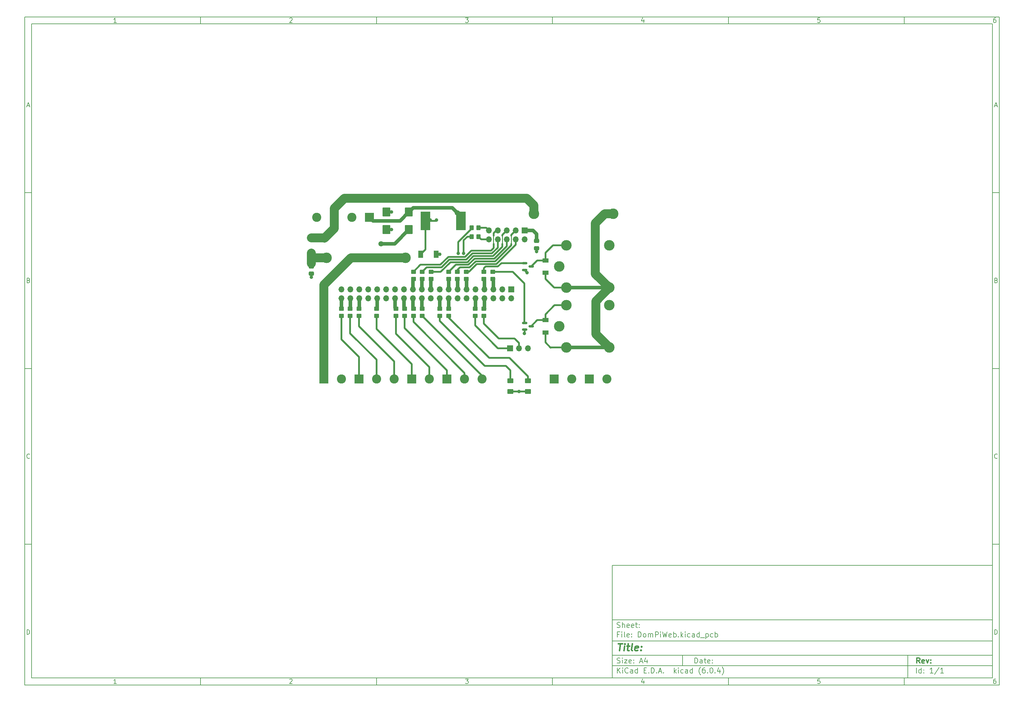
<source format=gbr>
G04 #@! TF.GenerationSoftware,KiCad,Pcbnew,(6.0.4)*
G04 #@! TF.CreationDate,2023-03-24T12:02:35-03:00*
G04 #@! TF.ProjectId,DomPiWeb,446f6d50-6957-4656-922e-6b696361645f,rev?*
G04 #@! TF.SameCoordinates,Original*
G04 #@! TF.FileFunction,Copper,L1,Top*
G04 #@! TF.FilePolarity,Positive*
%FSLAX46Y46*%
G04 Gerber Fmt 4.6, Leading zero omitted, Abs format (unit mm)*
G04 Created by KiCad (PCBNEW (6.0.4)) date 2023-03-24 12:02:35*
%MOMM*%
%LPD*%
G01*
G04 APERTURE LIST*
G04 Aperture macros list*
%AMRoundRect*
0 Rectangle with rounded corners*
0 $1 Rounding radius*
0 $2 $3 $4 $5 $6 $7 $8 $9 X,Y pos of 4 corners*
0 Add a 4 corners polygon primitive as box body*
4,1,4,$2,$3,$4,$5,$6,$7,$8,$9,$2,$3,0*
0 Add four circle primitives for the rounded corners*
1,1,$1+$1,$2,$3*
1,1,$1+$1,$4,$5*
1,1,$1+$1,$6,$7*
1,1,$1+$1,$8,$9*
0 Add four rect primitives between the rounded corners*
20,1,$1+$1,$2,$3,$4,$5,0*
20,1,$1+$1,$4,$5,$6,$7,0*
20,1,$1+$1,$6,$7,$8,$9,0*
20,1,$1+$1,$8,$9,$2,$3,0*%
G04 Aperture macros list end*
%ADD10C,0.100000*%
%ADD11C,0.150000*%
%ADD12C,0.300000*%
%ADD13C,0.400000*%
G04 #@! TA.AperFunction,ComponentPad*
%ADD14R,2.600000X2.600000*%
G04 #@! TD*
G04 #@! TA.AperFunction,ComponentPad*
%ADD15C,2.600000*%
G04 #@! TD*
G04 #@! TA.AperFunction,ComponentPad*
%ADD16R,1.700000X1.700000*%
G04 #@! TD*
G04 #@! TA.AperFunction,ComponentPad*
%ADD17O,1.700000X1.700000*%
G04 #@! TD*
G04 #@! TA.AperFunction,SMDPad,CuDef*
%ADD18R,1.400000X2.100000*%
G04 #@! TD*
G04 #@! TA.AperFunction,SMDPad,CuDef*
%ADD19RoundRect,0.250000X-0.475000X0.337500X-0.475000X-0.337500X0.475000X-0.337500X0.475000X0.337500X0*%
G04 #@! TD*
G04 #@! TA.AperFunction,SMDPad,CuDef*
%ADD20RoundRect,0.250001X0.624999X-0.462499X0.624999X0.462499X-0.624999X0.462499X-0.624999X-0.462499X0*%
G04 #@! TD*
G04 #@! TA.AperFunction,ComponentPad*
%ADD21C,3.000000*%
G04 #@! TD*
G04 #@! TA.AperFunction,SMDPad,CuDef*
%ADD22RoundRect,0.250000X-0.450000X0.350000X-0.450000X-0.350000X0.450000X-0.350000X0.450000X0.350000X0*%
G04 #@! TD*
G04 #@! TA.AperFunction,SMDPad,CuDef*
%ADD23RoundRect,0.250000X0.450000X-0.350000X0.450000X0.350000X-0.450000X0.350000X-0.450000X-0.350000X0*%
G04 #@! TD*
G04 #@! TA.AperFunction,SMDPad,CuDef*
%ADD24RoundRect,0.250000X0.350000X0.450000X-0.350000X0.450000X-0.350000X-0.450000X0.350000X-0.450000X0*%
G04 #@! TD*
G04 #@! TA.AperFunction,SMDPad,CuDef*
%ADD25RoundRect,0.250000X0.875000X1.025000X-0.875000X1.025000X-0.875000X-1.025000X0.875000X-1.025000X0*%
G04 #@! TD*
G04 #@! TA.AperFunction,SMDPad,CuDef*
%ADD26RoundRect,0.150000X-0.587500X-0.150000X0.587500X-0.150000X0.587500X0.150000X-0.587500X0.150000X0*%
G04 #@! TD*
G04 #@! TA.AperFunction,SMDPad,CuDef*
%ADD27R,2.100000X1.400000*%
G04 #@! TD*
G04 #@! TA.AperFunction,SMDPad,CuDef*
%ADD28R,2.800000X5.300000*%
G04 #@! TD*
G04 #@! TA.AperFunction,SMDPad,CuDef*
%ADD29R,1.700000X1.300000*%
G04 #@! TD*
G04 #@! TA.AperFunction,ViaPad*
%ADD30C,1.000000*%
G04 #@! TD*
G04 #@! TA.AperFunction,ViaPad*
%ADD31C,1.500000*%
G04 #@! TD*
G04 #@! TA.AperFunction,Conductor*
%ADD32C,0.500000*%
G04 #@! TD*
G04 #@! TA.AperFunction,Conductor*
%ADD33C,1.000000*%
G04 #@! TD*
G04 #@! TA.AperFunction,Conductor*
%ADD34C,2.500000*%
G04 #@! TD*
G04 #@! TA.AperFunction,Conductor*
%ADD35C,0.250000*%
G04 #@! TD*
G04 APERTURE END LIST*
D10*
D11*
X177002200Y-166007200D02*
X177002200Y-198007200D01*
X285002200Y-198007200D01*
X285002200Y-166007200D01*
X177002200Y-166007200D01*
D10*
D11*
X10000000Y-10000000D02*
X10000000Y-200007200D01*
X287002200Y-200007200D01*
X287002200Y-10000000D01*
X10000000Y-10000000D01*
D10*
D11*
X12000000Y-12000000D02*
X12000000Y-198007200D01*
X285002200Y-198007200D01*
X285002200Y-12000000D01*
X12000000Y-12000000D01*
D10*
D11*
X60000000Y-12000000D02*
X60000000Y-10000000D01*
D10*
D11*
X110000000Y-12000000D02*
X110000000Y-10000000D01*
D10*
D11*
X160000000Y-12000000D02*
X160000000Y-10000000D01*
D10*
D11*
X210000000Y-12000000D02*
X210000000Y-10000000D01*
D10*
D11*
X260000000Y-12000000D02*
X260000000Y-10000000D01*
D10*
D11*
X36065476Y-11588095D02*
X35322619Y-11588095D01*
X35694047Y-11588095D02*
X35694047Y-10288095D01*
X35570238Y-10473809D01*
X35446428Y-10597619D01*
X35322619Y-10659523D01*
D10*
D11*
X85322619Y-10411904D02*
X85384523Y-10350000D01*
X85508333Y-10288095D01*
X85817857Y-10288095D01*
X85941666Y-10350000D01*
X86003571Y-10411904D01*
X86065476Y-10535714D01*
X86065476Y-10659523D01*
X86003571Y-10845238D01*
X85260714Y-11588095D01*
X86065476Y-11588095D01*
D10*
D11*
X135260714Y-10288095D02*
X136065476Y-10288095D01*
X135632142Y-10783333D01*
X135817857Y-10783333D01*
X135941666Y-10845238D01*
X136003571Y-10907142D01*
X136065476Y-11030952D01*
X136065476Y-11340476D01*
X136003571Y-11464285D01*
X135941666Y-11526190D01*
X135817857Y-11588095D01*
X135446428Y-11588095D01*
X135322619Y-11526190D01*
X135260714Y-11464285D01*
D10*
D11*
X185941666Y-10721428D02*
X185941666Y-11588095D01*
X185632142Y-10226190D02*
X185322619Y-11154761D01*
X186127380Y-11154761D01*
D10*
D11*
X236003571Y-10288095D02*
X235384523Y-10288095D01*
X235322619Y-10907142D01*
X235384523Y-10845238D01*
X235508333Y-10783333D01*
X235817857Y-10783333D01*
X235941666Y-10845238D01*
X236003571Y-10907142D01*
X236065476Y-11030952D01*
X236065476Y-11340476D01*
X236003571Y-11464285D01*
X235941666Y-11526190D01*
X235817857Y-11588095D01*
X235508333Y-11588095D01*
X235384523Y-11526190D01*
X235322619Y-11464285D01*
D10*
D11*
X285941666Y-10288095D02*
X285694047Y-10288095D01*
X285570238Y-10350000D01*
X285508333Y-10411904D01*
X285384523Y-10597619D01*
X285322619Y-10845238D01*
X285322619Y-11340476D01*
X285384523Y-11464285D01*
X285446428Y-11526190D01*
X285570238Y-11588095D01*
X285817857Y-11588095D01*
X285941666Y-11526190D01*
X286003571Y-11464285D01*
X286065476Y-11340476D01*
X286065476Y-11030952D01*
X286003571Y-10907142D01*
X285941666Y-10845238D01*
X285817857Y-10783333D01*
X285570238Y-10783333D01*
X285446428Y-10845238D01*
X285384523Y-10907142D01*
X285322619Y-11030952D01*
D10*
D11*
X60000000Y-198007200D02*
X60000000Y-200007200D01*
D10*
D11*
X110000000Y-198007200D02*
X110000000Y-200007200D01*
D10*
D11*
X160000000Y-198007200D02*
X160000000Y-200007200D01*
D10*
D11*
X210000000Y-198007200D02*
X210000000Y-200007200D01*
D10*
D11*
X260000000Y-198007200D02*
X260000000Y-200007200D01*
D10*
D11*
X36065476Y-199595295D02*
X35322619Y-199595295D01*
X35694047Y-199595295D02*
X35694047Y-198295295D01*
X35570238Y-198481009D01*
X35446428Y-198604819D01*
X35322619Y-198666723D01*
D10*
D11*
X85322619Y-198419104D02*
X85384523Y-198357200D01*
X85508333Y-198295295D01*
X85817857Y-198295295D01*
X85941666Y-198357200D01*
X86003571Y-198419104D01*
X86065476Y-198542914D01*
X86065476Y-198666723D01*
X86003571Y-198852438D01*
X85260714Y-199595295D01*
X86065476Y-199595295D01*
D10*
D11*
X135260714Y-198295295D02*
X136065476Y-198295295D01*
X135632142Y-198790533D01*
X135817857Y-198790533D01*
X135941666Y-198852438D01*
X136003571Y-198914342D01*
X136065476Y-199038152D01*
X136065476Y-199347676D01*
X136003571Y-199471485D01*
X135941666Y-199533390D01*
X135817857Y-199595295D01*
X135446428Y-199595295D01*
X135322619Y-199533390D01*
X135260714Y-199471485D01*
D10*
D11*
X185941666Y-198728628D02*
X185941666Y-199595295D01*
X185632142Y-198233390D02*
X185322619Y-199161961D01*
X186127380Y-199161961D01*
D10*
D11*
X236003571Y-198295295D02*
X235384523Y-198295295D01*
X235322619Y-198914342D01*
X235384523Y-198852438D01*
X235508333Y-198790533D01*
X235817857Y-198790533D01*
X235941666Y-198852438D01*
X236003571Y-198914342D01*
X236065476Y-199038152D01*
X236065476Y-199347676D01*
X236003571Y-199471485D01*
X235941666Y-199533390D01*
X235817857Y-199595295D01*
X235508333Y-199595295D01*
X235384523Y-199533390D01*
X235322619Y-199471485D01*
D10*
D11*
X285941666Y-198295295D02*
X285694047Y-198295295D01*
X285570238Y-198357200D01*
X285508333Y-198419104D01*
X285384523Y-198604819D01*
X285322619Y-198852438D01*
X285322619Y-199347676D01*
X285384523Y-199471485D01*
X285446428Y-199533390D01*
X285570238Y-199595295D01*
X285817857Y-199595295D01*
X285941666Y-199533390D01*
X286003571Y-199471485D01*
X286065476Y-199347676D01*
X286065476Y-199038152D01*
X286003571Y-198914342D01*
X285941666Y-198852438D01*
X285817857Y-198790533D01*
X285570238Y-198790533D01*
X285446428Y-198852438D01*
X285384523Y-198914342D01*
X285322619Y-199038152D01*
D10*
D11*
X10000000Y-60000000D02*
X12000000Y-60000000D01*
D10*
D11*
X10000000Y-110000000D02*
X12000000Y-110000000D01*
D10*
D11*
X10000000Y-160000000D02*
X12000000Y-160000000D01*
D10*
D11*
X10690476Y-35216666D02*
X11309523Y-35216666D01*
X10566666Y-35588095D02*
X11000000Y-34288095D01*
X11433333Y-35588095D01*
D10*
D11*
X11092857Y-84907142D02*
X11278571Y-84969047D01*
X11340476Y-85030952D01*
X11402380Y-85154761D01*
X11402380Y-85340476D01*
X11340476Y-85464285D01*
X11278571Y-85526190D01*
X11154761Y-85588095D01*
X10659523Y-85588095D01*
X10659523Y-84288095D01*
X11092857Y-84288095D01*
X11216666Y-84350000D01*
X11278571Y-84411904D01*
X11340476Y-84535714D01*
X11340476Y-84659523D01*
X11278571Y-84783333D01*
X11216666Y-84845238D01*
X11092857Y-84907142D01*
X10659523Y-84907142D01*
D10*
D11*
X11402380Y-135464285D02*
X11340476Y-135526190D01*
X11154761Y-135588095D01*
X11030952Y-135588095D01*
X10845238Y-135526190D01*
X10721428Y-135402380D01*
X10659523Y-135278571D01*
X10597619Y-135030952D01*
X10597619Y-134845238D01*
X10659523Y-134597619D01*
X10721428Y-134473809D01*
X10845238Y-134350000D01*
X11030952Y-134288095D01*
X11154761Y-134288095D01*
X11340476Y-134350000D01*
X11402380Y-134411904D01*
D10*
D11*
X10659523Y-185588095D02*
X10659523Y-184288095D01*
X10969047Y-184288095D01*
X11154761Y-184350000D01*
X11278571Y-184473809D01*
X11340476Y-184597619D01*
X11402380Y-184845238D01*
X11402380Y-185030952D01*
X11340476Y-185278571D01*
X11278571Y-185402380D01*
X11154761Y-185526190D01*
X10969047Y-185588095D01*
X10659523Y-185588095D01*
D10*
D11*
X287002200Y-60000000D02*
X285002200Y-60000000D01*
D10*
D11*
X287002200Y-110000000D02*
X285002200Y-110000000D01*
D10*
D11*
X287002200Y-160000000D02*
X285002200Y-160000000D01*
D10*
D11*
X285692676Y-35216666D02*
X286311723Y-35216666D01*
X285568866Y-35588095D02*
X286002200Y-34288095D01*
X286435533Y-35588095D01*
D10*
D11*
X286095057Y-84907142D02*
X286280771Y-84969047D01*
X286342676Y-85030952D01*
X286404580Y-85154761D01*
X286404580Y-85340476D01*
X286342676Y-85464285D01*
X286280771Y-85526190D01*
X286156961Y-85588095D01*
X285661723Y-85588095D01*
X285661723Y-84288095D01*
X286095057Y-84288095D01*
X286218866Y-84350000D01*
X286280771Y-84411904D01*
X286342676Y-84535714D01*
X286342676Y-84659523D01*
X286280771Y-84783333D01*
X286218866Y-84845238D01*
X286095057Y-84907142D01*
X285661723Y-84907142D01*
D10*
D11*
X286404580Y-135464285D02*
X286342676Y-135526190D01*
X286156961Y-135588095D01*
X286033152Y-135588095D01*
X285847438Y-135526190D01*
X285723628Y-135402380D01*
X285661723Y-135278571D01*
X285599819Y-135030952D01*
X285599819Y-134845238D01*
X285661723Y-134597619D01*
X285723628Y-134473809D01*
X285847438Y-134350000D01*
X286033152Y-134288095D01*
X286156961Y-134288095D01*
X286342676Y-134350000D01*
X286404580Y-134411904D01*
D10*
D11*
X285661723Y-185588095D02*
X285661723Y-184288095D01*
X285971247Y-184288095D01*
X286156961Y-184350000D01*
X286280771Y-184473809D01*
X286342676Y-184597619D01*
X286404580Y-184845238D01*
X286404580Y-185030952D01*
X286342676Y-185278571D01*
X286280771Y-185402380D01*
X286156961Y-185526190D01*
X285971247Y-185588095D01*
X285661723Y-185588095D01*
D10*
D11*
X200434342Y-193785771D02*
X200434342Y-192285771D01*
X200791485Y-192285771D01*
X201005771Y-192357200D01*
X201148628Y-192500057D01*
X201220057Y-192642914D01*
X201291485Y-192928628D01*
X201291485Y-193142914D01*
X201220057Y-193428628D01*
X201148628Y-193571485D01*
X201005771Y-193714342D01*
X200791485Y-193785771D01*
X200434342Y-193785771D01*
X202577200Y-193785771D02*
X202577200Y-193000057D01*
X202505771Y-192857200D01*
X202362914Y-192785771D01*
X202077200Y-192785771D01*
X201934342Y-192857200D01*
X202577200Y-193714342D02*
X202434342Y-193785771D01*
X202077200Y-193785771D01*
X201934342Y-193714342D01*
X201862914Y-193571485D01*
X201862914Y-193428628D01*
X201934342Y-193285771D01*
X202077200Y-193214342D01*
X202434342Y-193214342D01*
X202577200Y-193142914D01*
X203077200Y-192785771D02*
X203648628Y-192785771D01*
X203291485Y-192285771D02*
X203291485Y-193571485D01*
X203362914Y-193714342D01*
X203505771Y-193785771D01*
X203648628Y-193785771D01*
X204720057Y-193714342D02*
X204577200Y-193785771D01*
X204291485Y-193785771D01*
X204148628Y-193714342D01*
X204077200Y-193571485D01*
X204077200Y-193000057D01*
X204148628Y-192857200D01*
X204291485Y-192785771D01*
X204577200Y-192785771D01*
X204720057Y-192857200D01*
X204791485Y-193000057D01*
X204791485Y-193142914D01*
X204077200Y-193285771D01*
X205434342Y-193642914D02*
X205505771Y-193714342D01*
X205434342Y-193785771D01*
X205362914Y-193714342D01*
X205434342Y-193642914D01*
X205434342Y-193785771D01*
X205434342Y-192857200D02*
X205505771Y-192928628D01*
X205434342Y-193000057D01*
X205362914Y-192928628D01*
X205434342Y-192857200D01*
X205434342Y-193000057D01*
D10*
D11*
X177002200Y-194507200D02*
X285002200Y-194507200D01*
D10*
D11*
X178434342Y-196585771D02*
X178434342Y-195085771D01*
X179291485Y-196585771D02*
X178648628Y-195728628D01*
X179291485Y-195085771D02*
X178434342Y-195942914D01*
X179934342Y-196585771D02*
X179934342Y-195585771D01*
X179934342Y-195085771D02*
X179862914Y-195157200D01*
X179934342Y-195228628D01*
X180005771Y-195157200D01*
X179934342Y-195085771D01*
X179934342Y-195228628D01*
X181505771Y-196442914D02*
X181434342Y-196514342D01*
X181220057Y-196585771D01*
X181077200Y-196585771D01*
X180862914Y-196514342D01*
X180720057Y-196371485D01*
X180648628Y-196228628D01*
X180577200Y-195942914D01*
X180577200Y-195728628D01*
X180648628Y-195442914D01*
X180720057Y-195300057D01*
X180862914Y-195157200D01*
X181077200Y-195085771D01*
X181220057Y-195085771D01*
X181434342Y-195157200D01*
X181505771Y-195228628D01*
X182791485Y-196585771D02*
X182791485Y-195800057D01*
X182720057Y-195657200D01*
X182577200Y-195585771D01*
X182291485Y-195585771D01*
X182148628Y-195657200D01*
X182791485Y-196514342D02*
X182648628Y-196585771D01*
X182291485Y-196585771D01*
X182148628Y-196514342D01*
X182077200Y-196371485D01*
X182077200Y-196228628D01*
X182148628Y-196085771D01*
X182291485Y-196014342D01*
X182648628Y-196014342D01*
X182791485Y-195942914D01*
X184148628Y-196585771D02*
X184148628Y-195085771D01*
X184148628Y-196514342D02*
X184005771Y-196585771D01*
X183720057Y-196585771D01*
X183577200Y-196514342D01*
X183505771Y-196442914D01*
X183434342Y-196300057D01*
X183434342Y-195871485D01*
X183505771Y-195728628D01*
X183577200Y-195657200D01*
X183720057Y-195585771D01*
X184005771Y-195585771D01*
X184148628Y-195657200D01*
X186005771Y-195800057D02*
X186505771Y-195800057D01*
X186720057Y-196585771D02*
X186005771Y-196585771D01*
X186005771Y-195085771D01*
X186720057Y-195085771D01*
X187362914Y-196442914D02*
X187434342Y-196514342D01*
X187362914Y-196585771D01*
X187291485Y-196514342D01*
X187362914Y-196442914D01*
X187362914Y-196585771D01*
X188077200Y-196585771D02*
X188077200Y-195085771D01*
X188434342Y-195085771D01*
X188648628Y-195157200D01*
X188791485Y-195300057D01*
X188862914Y-195442914D01*
X188934342Y-195728628D01*
X188934342Y-195942914D01*
X188862914Y-196228628D01*
X188791485Y-196371485D01*
X188648628Y-196514342D01*
X188434342Y-196585771D01*
X188077200Y-196585771D01*
X189577200Y-196442914D02*
X189648628Y-196514342D01*
X189577200Y-196585771D01*
X189505771Y-196514342D01*
X189577200Y-196442914D01*
X189577200Y-196585771D01*
X190220057Y-196157200D02*
X190934342Y-196157200D01*
X190077200Y-196585771D02*
X190577200Y-195085771D01*
X191077200Y-196585771D01*
X191577200Y-196442914D02*
X191648628Y-196514342D01*
X191577200Y-196585771D01*
X191505771Y-196514342D01*
X191577200Y-196442914D01*
X191577200Y-196585771D01*
X194577200Y-196585771D02*
X194577200Y-195085771D01*
X194720057Y-196014342D02*
X195148628Y-196585771D01*
X195148628Y-195585771D02*
X194577200Y-196157200D01*
X195791485Y-196585771D02*
X195791485Y-195585771D01*
X195791485Y-195085771D02*
X195720057Y-195157200D01*
X195791485Y-195228628D01*
X195862914Y-195157200D01*
X195791485Y-195085771D01*
X195791485Y-195228628D01*
X197148628Y-196514342D02*
X197005771Y-196585771D01*
X196720057Y-196585771D01*
X196577200Y-196514342D01*
X196505771Y-196442914D01*
X196434342Y-196300057D01*
X196434342Y-195871485D01*
X196505771Y-195728628D01*
X196577200Y-195657200D01*
X196720057Y-195585771D01*
X197005771Y-195585771D01*
X197148628Y-195657200D01*
X198434342Y-196585771D02*
X198434342Y-195800057D01*
X198362914Y-195657200D01*
X198220057Y-195585771D01*
X197934342Y-195585771D01*
X197791485Y-195657200D01*
X198434342Y-196514342D02*
X198291485Y-196585771D01*
X197934342Y-196585771D01*
X197791485Y-196514342D01*
X197720057Y-196371485D01*
X197720057Y-196228628D01*
X197791485Y-196085771D01*
X197934342Y-196014342D01*
X198291485Y-196014342D01*
X198434342Y-195942914D01*
X199791485Y-196585771D02*
X199791485Y-195085771D01*
X199791485Y-196514342D02*
X199648628Y-196585771D01*
X199362914Y-196585771D01*
X199220057Y-196514342D01*
X199148628Y-196442914D01*
X199077200Y-196300057D01*
X199077200Y-195871485D01*
X199148628Y-195728628D01*
X199220057Y-195657200D01*
X199362914Y-195585771D01*
X199648628Y-195585771D01*
X199791485Y-195657200D01*
X202077200Y-197157200D02*
X202005771Y-197085771D01*
X201862914Y-196871485D01*
X201791485Y-196728628D01*
X201720057Y-196514342D01*
X201648628Y-196157200D01*
X201648628Y-195871485D01*
X201720057Y-195514342D01*
X201791485Y-195300057D01*
X201862914Y-195157200D01*
X202005771Y-194942914D01*
X202077200Y-194871485D01*
X203291485Y-195085771D02*
X203005771Y-195085771D01*
X202862914Y-195157200D01*
X202791485Y-195228628D01*
X202648628Y-195442914D01*
X202577200Y-195728628D01*
X202577200Y-196300057D01*
X202648628Y-196442914D01*
X202720057Y-196514342D01*
X202862914Y-196585771D01*
X203148628Y-196585771D01*
X203291485Y-196514342D01*
X203362914Y-196442914D01*
X203434342Y-196300057D01*
X203434342Y-195942914D01*
X203362914Y-195800057D01*
X203291485Y-195728628D01*
X203148628Y-195657200D01*
X202862914Y-195657200D01*
X202720057Y-195728628D01*
X202648628Y-195800057D01*
X202577200Y-195942914D01*
X204077200Y-196442914D02*
X204148628Y-196514342D01*
X204077200Y-196585771D01*
X204005771Y-196514342D01*
X204077200Y-196442914D01*
X204077200Y-196585771D01*
X205077200Y-195085771D02*
X205220057Y-195085771D01*
X205362914Y-195157200D01*
X205434342Y-195228628D01*
X205505771Y-195371485D01*
X205577200Y-195657200D01*
X205577200Y-196014342D01*
X205505771Y-196300057D01*
X205434342Y-196442914D01*
X205362914Y-196514342D01*
X205220057Y-196585771D01*
X205077200Y-196585771D01*
X204934342Y-196514342D01*
X204862914Y-196442914D01*
X204791485Y-196300057D01*
X204720057Y-196014342D01*
X204720057Y-195657200D01*
X204791485Y-195371485D01*
X204862914Y-195228628D01*
X204934342Y-195157200D01*
X205077200Y-195085771D01*
X206220057Y-196442914D02*
X206291485Y-196514342D01*
X206220057Y-196585771D01*
X206148628Y-196514342D01*
X206220057Y-196442914D01*
X206220057Y-196585771D01*
X207577200Y-195585771D02*
X207577200Y-196585771D01*
X207220057Y-195014342D02*
X206862914Y-196085771D01*
X207791485Y-196085771D01*
X208220057Y-197157200D02*
X208291485Y-197085771D01*
X208434342Y-196871485D01*
X208505771Y-196728628D01*
X208577200Y-196514342D01*
X208648628Y-196157200D01*
X208648628Y-195871485D01*
X208577200Y-195514342D01*
X208505771Y-195300057D01*
X208434342Y-195157200D01*
X208291485Y-194942914D01*
X208220057Y-194871485D01*
D10*
D11*
X177002200Y-191507200D02*
X285002200Y-191507200D01*
D10*
D12*
X264411485Y-193785771D02*
X263911485Y-193071485D01*
X263554342Y-193785771D02*
X263554342Y-192285771D01*
X264125771Y-192285771D01*
X264268628Y-192357200D01*
X264340057Y-192428628D01*
X264411485Y-192571485D01*
X264411485Y-192785771D01*
X264340057Y-192928628D01*
X264268628Y-193000057D01*
X264125771Y-193071485D01*
X263554342Y-193071485D01*
X265625771Y-193714342D02*
X265482914Y-193785771D01*
X265197200Y-193785771D01*
X265054342Y-193714342D01*
X264982914Y-193571485D01*
X264982914Y-193000057D01*
X265054342Y-192857200D01*
X265197200Y-192785771D01*
X265482914Y-192785771D01*
X265625771Y-192857200D01*
X265697200Y-193000057D01*
X265697200Y-193142914D01*
X264982914Y-193285771D01*
X266197200Y-192785771D02*
X266554342Y-193785771D01*
X266911485Y-192785771D01*
X267482914Y-193642914D02*
X267554342Y-193714342D01*
X267482914Y-193785771D01*
X267411485Y-193714342D01*
X267482914Y-193642914D01*
X267482914Y-193785771D01*
X267482914Y-192857200D02*
X267554342Y-192928628D01*
X267482914Y-193000057D01*
X267411485Y-192928628D01*
X267482914Y-192857200D01*
X267482914Y-193000057D01*
D10*
D11*
X178362914Y-193714342D02*
X178577200Y-193785771D01*
X178934342Y-193785771D01*
X179077200Y-193714342D01*
X179148628Y-193642914D01*
X179220057Y-193500057D01*
X179220057Y-193357200D01*
X179148628Y-193214342D01*
X179077200Y-193142914D01*
X178934342Y-193071485D01*
X178648628Y-193000057D01*
X178505771Y-192928628D01*
X178434342Y-192857200D01*
X178362914Y-192714342D01*
X178362914Y-192571485D01*
X178434342Y-192428628D01*
X178505771Y-192357200D01*
X178648628Y-192285771D01*
X179005771Y-192285771D01*
X179220057Y-192357200D01*
X179862914Y-193785771D02*
X179862914Y-192785771D01*
X179862914Y-192285771D02*
X179791485Y-192357200D01*
X179862914Y-192428628D01*
X179934342Y-192357200D01*
X179862914Y-192285771D01*
X179862914Y-192428628D01*
X180434342Y-192785771D02*
X181220057Y-192785771D01*
X180434342Y-193785771D01*
X181220057Y-193785771D01*
X182362914Y-193714342D02*
X182220057Y-193785771D01*
X181934342Y-193785771D01*
X181791485Y-193714342D01*
X181720057Y-193571485D01*
X181720057Y-193000057D01*
X181791485Y-192857200D01*
X181934342Y-192785771D01*
X182220057Y-192785771D01*
X182362914Y-192857200D01*
X182434342Y-193000057D01*
X182434342Y-193142914D01*
X181720057Y-193285771D01*
X183077200Y-193642914D02*
X183148628Y-193714342D01*
X183077200Y-193785771D01*
X183005771Y-193714342D01*
X183077200Y-193642914D01*
X183077200Y-193785771D01*
X183077200Y-192857200D02*
X183148628Y-192928628D01*
X183077200Y-193000057D01*
X183005771Y-192928628D01*
X183077200Y-192857200D01*
X183077200Y-193000057D01*
X184862914Y-193357200D02*
X185577200Y-193357200D01*
X184720057Y-193785771D02*
X185220057Y-192285771D01*
X185720057Y-193785771D01*
X186862914Y-192785771D02*
X186862914Y-193785771D01*
X186505771Y-192214342D02*
X186148628Y-193285771D01*
X187077200Y-193285771D01*
D10*
D11*
X263434342Y-196585771D02*
X263434342Y-195085771D01*
X264791485Y-196585771D02*
X264791485Y-195085771D01*
X264791485Y-196514342D02*
X264648628Y-196585771D01*
X264362914Y-196585771D01*
X264220057Y-196514342D01*
X264148628Y-196442914D01*
X264077200Y-196300057D01*
X264077200Y-195871485D01*
X264148628Y-195728628D01*
X264220057Y-195657200D01*
X264362914Y-195585771D01*
X264648628Y-195585771D01*
X264791485Y-195657200D01*
X265505771Y-196442914D02*
X265577200Y-196514342D01*
X265505771Y-196585771D01*
X265434342Y-196514342D01*
X265505771Y-196442914D01*
X265505771Y-196585771D01*
X265505771Y-195657200D02*
X265577200Y-195728628D01*
X265505771Y-195800057D01*
X265434342Y-195728628D01*
X265505771Y-195657200D01*
X265505771Y-195800057D01*
X268148628Y-196585771D02*
X267291485Y-196585771D01*
X267720057Y-196585771D02*
X267720057Y-195085771D01*
X267577200Y-195300057D01*
X267434342Y-195442914D01*
X267291485Y-195514342D01*
X269862914Y-195014342D02*
X268577200Y-196942914D01*
X271148628Y-196585771D02*
X270291485Y-196585771D01*
X270720057Y-196585771D02*
X270720057Y-195085771D01*
X270577200Y-195300057D01*
X270434342Y-195442914D01*
X270291485Y-195514342D01*
D10*
D11*
X177002200Y-187507200D02*
X285002200Y-187507200D01*
D10*
D13*
X178714580Y-188211961D02*
X179857438Y-188211961D01*
X179036009Y-190211961D02*
X179286009Y-188211961D01*
X180274104Y-190211961D02*
X180440771Y-188878628D01*
X180524104Y-188211961D02*
X180416961Y-188307200D01*
X180500295Y-188402438D01*
X180607438Y-188307200D01*
X180524104Y-188211961D01*
X180500295Y-188402438D01*
X181107438Y-188878628D02*
X181869342Y-188878628D01*
X181476485Y-188211961D02*
X181262200Y-189926247D01*
X181333628Y-190116723D01*
X181512200Y-190211961D01*
X181702676Y-190211961D01*
X182655057Y-190211961D02*
X182476485Y-190116723D01*
X182405057Y-189926247D01*
X182619342Y-188211961D01*
X184190771Y-190116723D02*
X183988390Y-190211961D01*
X183607438Y-190211961D01*
X183428866Y-190116723D01*
X183357438Y-189926247D01*
X183452676Y-189164342D01*
X183571723Y-188973866D01*
X183774104Y-188878628D01*
X184155057Y-188878628D01*
X184333628Y-188973866D01*
X184405057Y-189164342D01*
X184381247Y-189354819D01*
X183405057Y-189545295D01*
X185155057Y-190021485D02*
X185238390Y-190116723D01*
X185131247Y-190211961D01*
X185047914Y-190116723D01*
X185155057Y-190021485D01*
X185131247Y-190211961D01*
X185286009Y-188973866D02*
X185369342Y-189069104D01*
X185262200Y-189164342D01*
X185178866Y-189069104D01*
X185286009Y-188973866D01*
X185262200Y-189164342D01*
D10*
D11*
X178934342Y-185600057D02*
X178434342Y-185600057D01*
X178434342Y-186385771D02*
X178434342Y-184885771D01*
X179148628Y-184885771D01*
X179720057Y-186385771D02*
X179720057Y-185385771D01*
X179720057Y-184885771D02*
X179648628Y-184957200D01*
X179720057Y-185028628D01*
X179791485Y-184957200D01*
X179720057Y-184885771D01*
X179720057Y-185028628D01*
X180648628Y-186385771D02*
X180505771Y-186314342D01*
X180434342Y-186171485D01*
X180434342Y-184885771D01*
X181791485Y-186314342D02*
X181648628Y-186385771D01*
X181362914Y-186385771D01*
X181220057Y-186314342D01*
X181148628Y-186171485D01*
X181148628Y-185600057D01*
X181220057Y-185457200D01*
X181362914Y-185385771D01*
X181648628Y-185385771D01*
X181791485Y-185457200D01*
X181862914Y-185600057D01*
X181862914Y-185742914D01*
X181148628Y-185885771D01*
X182505771Y-186242914D02*
X182577200Y-186314342D01*
X182505771Y-186385771D01*
X182434342Y-186314342D01*
X182505771Y-186242914D01*
X182505771Y-186385771D01*
X182505771Y-185457200D02*
X182577200Y-185528628D01*
X182505771Y-185600057D01*
X182434342Y-185528628D01*
X182505771Y-185457200D01*
X182505771Y-185600057D01*
X184362914Y-186385771D02*
X184362914Y-184885771D01*
X184720057Y-184885771D01*
X184934342Y-184957200D01*
X185077200Y-185100057D01*
X185148628Y-185242914D01*
X185220057Y-185528628D01*
X185220057Y-185742914D01*
X185148628Y-186028628D01*
X185077200Y-186171485D01*
X184934342Y-186314342D01*
X184720057Y-186385771D01*
X184362914Y-186385771D01*
X186077200Y-186385771D02*
X185934342Y-186314342D01*
X185862914Y-186242914D01*
X185791485Y-186100057D01*
X185791485Y-185671485D01*
X185862914Y-185528628D01*
X185934342Y-185457200D01*
X186077200Y-185385771D01*
X186291485Y-185385771D01*
X186434342Y-185457200D01*
X186505771Y-185528628D01*
X186577200Y-185671485D01*
X186577200Y-186100057D01*
X186505771Y-186242914D01*
X186434342Y-186314342D01*
X186291485Y-186385771D01*
X186077200Y-186385771D01*
X187220057Y-186385771D02*
X187220057Y-185385771D01*
X187220057Y-185528628D02*
X187291485Y-185457200D01*
X187434342Y-185385771D01*
X187648628Y-185385771D01*
X187791485Y-185457200D01*
X187862914Y-185600057D01*
X187862914Y-186385771D01*
X187862914Y-185600057D02*
X187934342Y-185457200D01*
X188077200Y-185385771D01*
X188291485Y-185385771D01*
X188434342Y-185457200D01*
X188505771Y-185600057D01*
X188505771Y-186385771D01*
X189220057Y-186385771D02*
X189220057Y-184885771D01*
X189791485Y-184885771D01*
X189934342Y-184957200D01*
X190005771Y-185028628D01*
X190077200Y-185171485D01*
X190077200Y-185385771D01*
X190005771Y-185528628D01*
X189934342Y-185600057D01*
X189791485Y-185671485D01*
X189220057Y-185671485D01*
X190720057Y-186385771D02*
X190720057Y-185385771D01*
X190720057Y-184885771D02*
X190648628Y-184957200D01*
X190720057Y-185028628D01*
X190791485Y-184957200D01*
X190720057Y-184885771D01*
X190720057Y-185028628D01*
X191291485Y-184885771D02*
X191648628Y-186385771D01*
X191934342Y-185314342D01*
X192220057Y-186385771D01*
X192577200Y-184885771D01*
X193720057Y-186314342D02*
X193577200Y-186385771D01*
X193291485Y-186385771D01*
X193148628Y-186314342D01*
X193077200Y-186171485D01*
X193077200Y-185600057D01*
X193148628Y-185457200D01*
X193291485Y-185385771D01*
X193577200Y-185385771D01*
X193720057Y-185457200D01*
X193791485Y-185600057D01*
X193791485Y-185742914D01*
X193077200Y-185885771D01*
X194434342Y-186385771D02*
X194434342Y-184885771D01*
X194434342Y-185457200D02*
X194577200Y-185385771D01*
X194862914Y-185385771D01*
X195005771Y-185457200D01*
X195077200Y-185528628D01*
X195148628Y-185671485D01*
X195148628Y-186100057D01*
X195077200Y-186242914D01*
X195005771Y-186314342D01*
X194862914Y-186385771D01*
X194577200Y-186385771D01*
X194434342Y-186314342D01*
X195791485Y-186242914D02*
X195862914Y-186314342D01*
X195791485Y-186385771D01*
X195720057Y-186314342D01*
X195791485Y-186242914D01*
X195791485Y-186385771D01*
X196505771Y-186385771D02*
X196505771Y-184885771D01*
X196648628Y-185814342D02*
X197077200Y-186385771D01*
X197077200Y-185385771D02*
X196505771Y-185957200D01*
X197720057Y-186385771D02*
X197720057Y-185385771D01*
X197720057Y-184885771D02*
X197648628Y-184957200D01*
X197720057Y-185028628D01*
X197791485Y-184957200D01*
X197720057Y-184885771D01*
X197720057Y-185028628D01*
X199077200Y-186314342D02*
X198934342Y-186385771D01*
X198648628Y-186385771D01*
X198505771Y-186314342D01*
X198434342Y-186242914D01*
X198362914Y-186100057D01*
X198362914Y-185671485D01*
X198434342Y-185528628D01*
X198505771Y-185457200D01*
X198648628Y-185385771D01*
X198934342Y-185385771D01*
X199077200Y-185457200D01*
X200362914Y-186385771D02*
X200362914Y-185600057D01*
X200291485Y-185457200D01*
X200148628Y-185385771D01*
X199862914Y-185385771D01*
X199720057Y-185457200D01*
X200362914Y-186314342D02*
X200220057Y-186385771D01*
X199862914Y-186385771D01*
X199720057Y-186314342D01*
X199648628Y-186171485D01*
X199648628Y-186028628D01*
X199720057Y-185885771D01*
X199862914Y-185814342D01*
X200220057Y-185814342D01*
X200362914Y-185742914D01*
X201720057Y-186385771D02*
X201720057Y-184885771D01*
X201720057Y-186314342D02*
X201577200Y-186385771D01*
X201291485Y-186385771D01*
X201148628Y-186314342D01*
X201077200Y-186242914D01*
X201005771Y-186100057D01*
X201005771Y-185671485D01*
X201077200Y-185528628D01*
X201148628Y-185457200D01*
X201291485Y-185385771D01*
X201577200Y-185385771D01*
X201720057Y-185457200D01*
X202077200Y-186528628D02*
X203220057Y-186528628D01*
X203577200Y-185385771D02*
X203577200Y-186885771D01*
X203577200Y-185457200D02*
X203720057Y-185385771D01*
X204005771Y-185385771D01*
X204148628Y-185457200D01*
X204220057Y-185528628D01*
X204291485Y-185671485D01*
X204291485Y-186100057D01*
X204220057Y-186242914D01*
X204148628Y-186314342D01*
X204005771Y-186385771D01*
X203720057Y-186385771D01*
X203577200Y-186314342D01*
X205577200Y-186314342D02*
X205434342Y-186385771D01*
X205148628Y-186385771D01*
X205005771Y-186314342D01*
X204934342Y-186242914D01*
X204862914Y-186100057D01*
X204862914Y-185671485D01*
X204934342Y-185528628D01*
X205005771Y-185457200D01*
X205148628Y-185385771D01*
X205434342Y-185385771D01*
X205577200Y-185457200D01*
X206220057Y-186385771D02*
X206220057Y-184885771D01*
X206220057Y-185457200D02*
X206362914Y-185385771D01*
X206648628Y-185385771D01*
X206791485Y-185457200D01*
X206862914Y-185528628D01*
X206934342Y-185671485D01*
X206934342Y-186100057D01*
X206862914Y-186242914D01*
X206791485Y-186314342D01*
X206648628Y-186385771D01*
X206362914Y-186385771D01*
X206220057Y-186314342D01*
D10*
D11*
X177002200Y-181507200D02*
X285002200Y-181507200D01*
D10*
D11*
X178362914Y-183614342D02*
X178577200Y-183685771D01*
X178934342Y-183685771D01*
X179077200Y-183614342D01*
X179148628Y-183542914D01*
X179220057Y-183400057D01*
X179220057Y-183257200D01*
X179148628Y-183114342D01*
X179077200Y-183042914D01*
X178934342Y-182971485D01*
X178648628Y-182900057D01*
X178505771Y-182828628D01*
X178434342Y-182757200D01*
X178362914Y-182614342D01*
X178362914Y-182471485D01*
X178434342Y-182328628D01*
X178505771Y-182257200D01*
X178648628Y-182185771D01*
X179005771Y-182185771D01*
X179220057Y-182257200D01*
X179862914Y-183685771D02*
X179862914Y-182185771D01*
X180505771Y-183685771D02*
X180505771Y-182900057D01*
X180434342Y-182757200D01*
X180291485Y-182685771D01*
X180077200Y-182685771D01*
X179934342Y-182757200D01*
X179862914Y-182828628D01*
X181791485Y-183614342D02*
X181648628Y-183685771D01*
X181362914Y-183685771D01*
X181220057Y-183614342D01*
X181148628Y-183471485D01*
X181148628Y-182900057D01*
X181220057Y-182757200D01*
X181362914Y-182685771D01*
X181648628Y-182685771D01*
X181791485Y-182757200D01*
X181862914Y-182900057D01*
X181862914Y-183042914D01*
X181148628Y-183185771D01*
X183077200Y-183614342D02*
X182934342Y-183685771D01*
X182648628Y-183685771D01*
X182505771Y-183614342D01*
X182434342Y-183471485D01*
X182434342Y-182900057D01*
X182505771Y-182757200D01*
X182648628Y-182685771D01*
X182934342Y-182685771D01*
X183077200Y-182757200D01*
X183148628Y-182900057D01*
X183148628Y-183042914D01*
X182434342Y-183185771D01*
X183577200Y-182685771D02*
X184148628Y-182685771D01*
X183791485Y-182185771D02*
X183791485Y-183471485D01*
X183862914Y-183614342D01*
X184005771Y-183685771D01*
X184148628Y-183685771D01*
X184648628Y-183542914D02*
X184720057Y-183614342D01*
X184648628Y-183685771D01*
X184577200Y-183614342D01*
X184648628Y-183542914D01*
X184648628Y-183685771D01*
X184648628Y-182757200D02*
X184720057Y-182828628D01*
X184648628Y-182900057D01*
X184577200Y-182828628D01*
X184648628Y-182757200D01*
X184648628Y-182900057D01*
D10*
D12*
D10*
D11*
D10*
D11*
D10*
D11*
D10*
D11*
D10*
D11*
X197002200Y-191507200D02*
X197002200Y-194507200D01*
D10*
D11*
X261002200Y-191507200D02*
X261002200Y-198007200D01*
D14*
X105000000Y-113000000D03*
D15*
X110000000Y-113000000D03*
X115000000Y-113000000D03*
D14*
X130000000Y-113000000D03*
D15*
X135000000Y-113000000D03*
X140000000Y-113000000D03*
D16*
X152075000Y-70725000D03*
D17*
X152075000Y-73265000D03*
X149535000Y-70725000D03*
X149535000Y-73265000D03*
X146995000Y-70725000D03*
X146995000Y-73265000D03*
X144455000Y-70725000D03*
X144455000Y-73265000D03*
X141915000Y-70725000D03*
X141915000Y-73265000D03*
D14*
X120000000Y-113000000D03*
D15*
X125000000Y-113000000D03*
D16*
X147960000Y-104250000D03*
D17*
X150500000Y-104250000D03*
X153040000Y-104250000D03*
D15*
X93000000Y-67000000D03*
D14*
X98000000Y-67000000D03*
X108000000Y-67000000D03*
D15*
X103000000Y-67000000D03*
D14*
X95000000Y-113000000D03*
D15*
X100000000Y-113000000D03*
D18*
X122550000Y-77500000D03*
X126950000Y-77500000D03*
D19*
X155500000Y-73712500D03*
X155500000Y-75787500D03*
D20*
X148000000Y-116487500D03*
X148000000Y-113512500D03*
D21*
X95750000Y-78500000D03*
X118250000Y-78500000D03*
D22*
X120500000Y-82500000D03*
X120500000Y-84500000D03*
D23*
X115500000Y-95000000D03*
X115500000Y-93000000D03*
D24*
X139000000Y-72500000D03*
X137000000Y-72500000D03*
D22*
X140500000Y-93000000D03*
X140500000Y-95000000D03*
D21*
X161950000Y-81000000D03*
X176150000Y-75000000D03*
X176150000Y-87000000D03*
X163950000Y-87000000D03*
X163950000Y-75000000D03*
D25*
X119200000Y-65500000D03*
X112800000Y-65500000D03*
D22*
X130500000Y-93000000D03*
X130500000Y-95000000D03*
D23*
X143000000Y-84500000D03*
X143000000Y-82500000D03*
X140500000Y-84500000D03*
X140500000Y-82500000D03*
D22*
X130500000Y-82500000D03*
X130500000Y-84500000D03*
D26*
X152062500Y-80050000D03*
X152062500Y-81950000D03*
X153937500Y-81000000D03*
D22*
X133000000Y-82500000D03*
X133000000Y-84500000D03*
X125500000Y-82500000D03*
X125500000Y-84500000D03*
D23*
X102500000Y-93000000D03*
X102500000Y-95000000D03*
D27*
X91500000Y-77200000D03*
X91500000Y-72800000D03*
D20*
X153000000Y-116487500D03*
X153000000Y-113512500D03*
D23*
X105000000Y-93000000D03*
X105000000Y-95000000D03*
D21*
X161950000Y-98000000D03*
X176150000Y-92000000D03*
X176150000Y-104000000D03*
X163950000Y-104000000D03*
X163950000Y-92000000D03*
D19*
X91500000Y-80962500D03*
X91500000Y-83037500D03*
D22*
X138000000Y-93000000D03*
X138000000Y-95000000D03*
D26*
X152062500Y-97050000D03*
X152062500Y-98950000D03*
X153937500Y-98000000D03*
D28*
X123900000Y-68000000D03*
X134000000Y-68000000D03*
D14*
X160500000Y-113000000D03*
D15*
X165500000Y-113000000D03*
D23*
X123000000Y-95000000D03*
X123000000Y-93000000D03*
D22*
X123000000Y-82500000D03*
X123000000Y-84500000D03*
D23*
X120500000Y-95000000D03*
X120500000Y-93000000D03*
X110000000Y-93000000D03*
X110000000Y-95000000D03*
D14*
X170500000Y-113000000D03*
D15*
X175500000Y-113000000D03*
D23*
X118000000Y-95000000D03*
X118000000Y-93000000D03*
X100000000Y-93000000D03*
X100000000Y-95000000D03*
D21*
X154750000Y-66000000D03*
X177250000Y-66000000D03*
D24*
X139000000Y-70000000D03*
X137000000Y-70000000D03*
D25*
X119200000Y-70500000D03*
X112800000Y-70500000D03*
D29*
X158000000Y-82750000D03*
X158000000Y-79250000D03*
X158000000Y-99750000D03*
X158000000Y-96250000D03*
D22*
X135500000Y-82500000D03*
X135500000Y-84500000D03*
X128000000Y-93000000D03*
X128000000Y-95000000D03*
D16*
X148260000Y-87460000D03*
D17*
X148260000Y-90000000D03*
X145720000Y-87460000D03*
X145720000Y-90000000D03*
X143180000Y-87460000D03*
X143180000Y-90000000D03*
X140640000Y-87460000D03*
X140640000Y-90000000D03*
X138100000Y-87460000D03*
X138100000Y-90000000D03*
X135560000Y-87460000D03*
X135560000Y-90000000D03*
X133020000Y-87460000D03*
X133020000Y-90000000D03*
X130480000Y-87460000D03*
X130480000Y-90000000D03*
X127940000Y-87460000D03*
X127940000Y-90000000D03*
X125400000Y-87460000D03*
X125400000Y-90000000D03*
X122860000Y-87460000D03*
X122860000Y-90000000D03*
X120320000Y-87460000D03*
X120320000Y-90000000D03*
X117780000Y-87460000D03*
X117780000Y-90000000D03*
X115240000Y-87460000D03*
X115240000Y-90000000D03*
X112700000Y-87460000D03*
X112700000Y-90000000D03*
X110160000Y-87460000D03*
X110160000Y-90000000D03*
X107620000Y-87460000D03*
X107620000Y-90000000D03*
X105080000Y-87460000D03*
X105080000Y-90000000D03*
X102540000Y-87460000D03*
X102540000Y-90000000D03*
X100000000Y-87460000D03*
X100000000Y-90000000D03*
D30*
X128000000Y-77500000D03*
D31*
X111250000Y-74500000D03*
D30*
X114250000Y-70500000D03*
X114250000Y-65500000D03*
X91500000Y-84000000D03*
X150512500Y-116487500D03*
X152000000Y-100000000D03*
X152750000Y-82750000D03*
X155500000Y-76750000D03*
D31*
X132962500Y-65712500D03*
D30*
X95750000Y-108000000D03*
X127025000Y-67800000D03*
X125250000Y-67750000D03*
X134750000Y-77250000D03*
X133250000Y-77250000D03*
D32*
X134750000Y-73559982D02*
X135809982Y-72500000D01*
X135809982Y-72500000D02*
X137000000Y-72500000D01*
X134750000Y-77250000D02*
X134750000Y-73559982D01*
X133250000Y-74000000D02*
X137000000Y-70250000D01*
X137000000Y-70250000D02*
X137000000Y-70000000D01*
X133250000Y-77250000D02*
X133250000Y-74000000D01*
X140500000Y-81500000D02*
X140500000Y-82500000D01*
X141000000Y-81000000D02*
X140500000Y-81500000D01*
X144500000Y-81000000D02*
X141000000Y-81000000D01*
X145450000Y-80050000D02*
X144500000Y-81000000D01*
X152062500Y-80050000D02*
X145450000Y-80050000D01*
X128130036Y-80500000D02*
X122500000Y-80500000D01*
X122500000Y-80500000D02*
X120500000Y-82500000D01*
X135190018Y-78250000D02*
X130380037Y-78250000D01*
X142507672Y-76502400D02*
X136937619Y-76502400D01*
X136937619Y-76502400D02*
X135190018Y-78250000D01*
X143250000Y-75760072D02*
X142507672Y-76502400D01*
X130380037Y-78250000D02*
X128130036Y-80500000D01*
X143250000Y-74500000D02*
X143250000Y-75760072D01*
X128440018Y-81250000D02*
X124250000Y-81250000D01*
X130690018Y-79000000D02*
X128440018Y-81250000D01*
X124250000Y-81250000D02*
X123000000Y-82500000D01*
X135500000Y-79000000D02*
X130690018Y-79000000D01*
X137248080Y-77251920D02*
X135500000Y-79000000D01*
X142818134Y-77251920D02*
X137248080Y-77251920D01*
X144455000Y-73265000D02*
X144455000Y-75615054D01*
X144455000Y-75615054D02*
X142818134Y-77251920D01*
X137558542Y-78001440D02*
X135809502Y-79750480D01*
X135809502Y-79750480D02*
X130999520Y-79750480D01*
X143128596Y-78001440D02*
X137558542Y-78001440D01*
X145750000Y-75380036D02*
X143128596Y-78001440D01*
X130999520Y-79750480D02*
X128250000Y-82500000D01*
X145750000Y-74500000D02*
X145750000Y-75380036D01*
X128250000Y-82500000D02*
X125500000Y-82500000D01*
X132500000Y-80500000D02*
X130500000Y-82500000D01*
X137869006Y-78750960D02*
X136119964Y-80500000D01*
X143439058Y-78750960D02*
X137869006Y-78750960D01*
X136119964Y-80500000D02*
X132500000Y-80500000D01*
X146995000Y-73265000D02*
X146995000Y-75195018D01*
X146995000Y-75195018D02*
X143439058Y-78750960D01*
X133750000Y-81250000D02*
X133000000Y-82000000D01*
X133000000Y-82000000D02*
X133000000Y-82500000D01*
X136429946Y-81250000D02*
X133750000Y-81250000D01*
X138179467Y-79500480D02*
X136429946Y-81250000D01*
X148250000Y-75000000D02*
X143749520Y-79500480D01*
X148250000Y-74500000D02*
X148250000Y-75000000D01*
X143749520Y-79500480D02*
X138179467Y-79500480D01*
X138489928Y-80250000D02*
X136239928Y-82500000D01*
X136239928Y-82500000D02*
X135500000Y-82500000D01*
X144059981Y-80250000D02*
X138489928Y-80250000D01*
X149535000Y-73265000D02*
X149535000Y-74774981D01*
X149535000Y-74774981D02*
X144059981Y-80250000D01*
X148000000Y-110500000D02*
X148000000Y-113512500D01*
X146750000Y-109250000D02*
X148000000Y-110500000D01*
X140750000Y-109250000D02*
X146750000Y-109250000D01*
X128000000Y-95000000D02*
X128000000Y-96500000D01*
X128000000Y-96500000D02*
X140750000Y-109250000D01*
X142000000Y-107000000D02*
X147750000Y-107000000D01*
X147750000Y-107000000D02*
X153000000Y-112250000D01*
X130500000Y-95500000D02*
X142000000Y-107000000D01*
X130500000Y-95000000D02*
X130500000Y-95500000D01*
X153000000Y-112250000D02*
X153000000Y-113512500D01*
X126950000Y-77500000D02*
X128000000Y-77500000D01*
D33*
X115200000Y-74500000D02*
X111250000Y-74500000D01*
X119200000Y-70500000D02*
X115200000Y-74500000D01*
D32*
X114250000Y-70500000D02*
X112800000Y-70500000D01*
X114250000Y-65500000D02*
X112800000Y-65500000D01*
X91500000Y-83037500D02*
X91500000Y-84000000D01*
X150512500Y-116487500D02*
X153000000Y-116487500D01*
X148000000Y-116487500D02*
X150512500Y-116487500D01*
X152062500Y-99937500D02*
X152000000Y-100000000D01*
X152062500Y-98950000D02*
X152062500Y-99937500D01*
X152062500Y-82062500D02*
X152750000Y-82750000D01*
X152062500Y-81950000D02*
X152062500Y-82062500D01*
X155500000Y-75787500D02*
X155500000Y-76750000D01*
D33*
X154475000Y-70725000D02*
X155500000Y-71750000D01*
X132962500Y-65712500D02*
X131500000Y-64250000D01*
X152075000Y-70725000D02*
X154475000Y-70725000D01*
X131500000Y-64250000D02*
X120450000Y-64250000D01*
X109000000Y-68000000D02*
X116700000Y-68000000D01*
X116700000Y-68000000D02*
X119200000Y-65500000D01*
X155500000Y-71750000D02*
X155500000Y-73712500D01*
X108000000Y-67000000D02*
X109000000Y-68000000D01*
X120450000Y-64250000D02*
X119200000Y-65500000D01*
D32*
X102500000Y-90040000D02*
X102540000Y-90000000D01*
X102540000Y-92960000D02*
X102500000Y-93000000D01*
D33*
X102540000Y-90000000D02*
X102540000Y-92960000D01*
X100000000Y-90000000D02*
X100000000Y-93000000D01*
D34*
X92000000Y-78500000D02*
X91500000Y-78000000D01*
X95750000Y-78500000D02*
X92000000Y-78500000D01*
D32*
X119200000Y-70500000D02*
X119200000Y-71500000D01*
D34*
X91500000Y-77200000D02*
X91500000Y-78000000D01*
X91500000Y-78000000D02*
X91500000Y-80100000D01*
X100900000Y-61600000D02*
X98000000Y-64500000D01*
X95100000Y-72800000D02*
X91500000Y-72800000D01*
X154750000Y-66000000D02*
X154750000Y-63650000D01*
X152700000Y-61600000D02*
X100900000Y-61600000D01*
X98000000Y-64500000D02*
X98000000Y-67000000D01*
X95200000Y-72900000D02*
X95100000Y-72800000D01*
X98000000Y-67000000D02*
X98000000Y-70100000D01*
X98000000Y-70100000D02*
X95200000Y-72900000D01*
X154750000Y-63650000D02*
X152700000Y-61600000D01*
D33*
X110160000Y-90000000D02*
X110160000Y-92840000D01*
D32*
X110160000Y-92840000D02*
X110000000Y-93000000D01*
X110000000Y-90160000D02*
X110160000Y-90000000D01*
X105000000Y-90080000D02*
X105080000Y-90000000D01*
X105080000Y-92920000D02*
X105000000Y-93000000D01*
D33*
X105080000Y-90000000D02*
X105080000Y-92920000D01*
D34*
X95000000Y-86250000D02*
X95000000Y-113000000D01*
X102750000Y-78500000D02*
X95000000Y-86250000D01*
X118250000Y-78500000D02*
X102750000Y-78500000D01*
D32*
X123000000Y-90140000D02*
X122860000Y-90000000D01*
X122860000Y-92860000D02*
X123000000Y-93000000D01*
D33*
X122860000Y-90000000D02*
X122860000Y-92860000D01*
D32*
X120500000Y-90180000D02*
X120320000Y-90000000D01*
X120320000Y-92820000D02*
X120500000Y-93000000D01*
D33*
X120320000Y-90000000D02*
X120320000Y-92820000D01*
X117780000Y-90000000D02*
X117780000Y-92780000D01*
D32*
X118000000Y-90220000D02*
X117780000Y-90000000D01*
X117780000Y-92780000D02*
X118000000Y-93000000D01*
X115240000Y-92740000D02*
X115500000Y-93000000D01*
X115500000Y-90260000D02*
X115240000Y-90000000D01*
D33*
X115240000Y-90000000D02*
X115240000Y-92740000D01*
D32*
X126825000Y-68000000D02*
X127025000Y-67800000D01*
X123900000Y-76150000D02*
X122550000Y-77500000D01*
X123900000Y-67850000D02*
X123900000Y-68000000D01*
X125000000Y-68000000D02*
X123900000Y-68000000D01*
X125250000Y-67750000D02*
X125000000Y-68000000D01*
X122800000Y-69100000D02*
X123900000Y-68000000D01*
X123900000Y-68000000D02*
X123900000Y-76150000D01*
X123900000Y-68000000D02*
X126825000Y-68000000D01*
X124250000Y-67500000D02*
X123900000Y-67850000D01*
D34*
X177250000Y-66000000D02*
X174900000Y-66000000D01*
D32*
X159500000Y-104100000D02*
X159600000Y-104000000D01*
X163950000Y-87000000D02*
X160500000Y-87000000D01*
D34*
X174900000Y-66000000D02*
X172200000Y-68700000D01*
D32*
X158000000Y-84500000D02*
X158000000Y-82750000D01*
D34*
X172300000Y-90850000D02*
X176150000Y-87000000D01*
D32*
X158000000Y-102600000D02*
X159500000Y-104100000D01*
D34*
X176150000Y-104000000D02*
X172300000Y-100150000D01*
X172200000Y-68700000D02*
X172200000Y-83050000D01*
D33*
X163950000Y-87000000D02*
X176150000Y-87000000D01*
X163950000Y-104000000D02*
X176150000Y-104000000D01*
D32*
X160500000Y-87000000D02*
X158000000Y-84500000D01*
D34*
X172200000Y-83050000D02*
X176150000Y-87000000D01*
D32*
X158000000Y-99750000D02*
X158000000Y-102600000D01*
D34*
X172300000Y-100150000D02*
X172300000Y-90850000D01*
D32*
X159600000Y-104000000D02*
X163950000Y-104000000D01*
X155687500Y-96250000D02*
X153937500Y-98000000D01*
X160600000Y-92000000D02*
X163950000Y-92000000D01*
X158000000Y-96250000D02*
X158000000Y-94600000D01*
X158000000Y-96250000D02*
X155687500Y-96250000D01*
X158000000Y-94600000D02*
X160600000Y-92000000D01*
X158000000Y-77100000D02*
X160100000Y-75000000D01*
X160100000Y-75000000D02*
X163950000Y-75000000D01*
X158000000Y-79250000D02*
X158000000Y-77100000D01*
X158000000Y-79250000D02*
X155687500Y-79250000D01*
X155687500Y-79250000D02*
X153937500Y-81000000D01*
X148250000Y-72010000D02*
X149535000Y-70725000D01*
D35*
X148250000Y-72250000D02*
X148250000Y-74500000D01*
D32*
X148250000Y-72250000D02*
X148250000Y-72010000D01*
X145750000Y-71970000D02*
X145750000Y-72250000D01*
X146995000Y-70725000D02*
X145750000Y-71970000D01*
D35*
X145750000Y-72250000D02*
X145750000Y-74500000D01*
X143230489Y-74480489D02*
X143250000Y-74500000D01*
D32*
X143250000Y-72250000D02*
X143250000Y-71500000D01*
X144025000Y-70725000D02*
X144455000Y-70725000D01*
X143250000Y-71500000D02*
X144025000Y-70725000D01*
D35*
X143250000Y-72250000D02*
X143230489Y-72269511D01*
X143230489Y-72269511D02*
X143230489Y-74480489D01*
D32*
X141190000Y-70000000D02*
X141915000Y-70725000D01*
X139000000Y-70000000D02*
X141190000Y-70000000D01*
X139765000Y-73265000D02*
X139000000Y-72500000D01*
X141915000Y-73265000D02*
X139765000Y-73265000D01*
X100000000Y-101750000D02*
X105000000Y-106750000D01*
X105000000Y-106750000D02*
X105000000Y-113000000D01*
X100000000Y-95000000D02*
X100000000Y-101750000D01*
X102500000Y-100000000D02*
X110000000Y-107500000D01*
X102500000Y-95000000D02*
X102500000Y-100000000D01*
X110000000Y-107500000D02*
X110000000Y-113000000D01*
X115000000Y-108000000D02*
X115000000Y-113000000D01*
X105000000Y-98000000D02*
X115000000Y-108000000D01*
X105000000Y-95000000D02*
X105000000Y-98000000D01*
X110000000Y-95000000D02*
X110000000Y-98750000D01*
X110000000Y-98750000D02*
X120000000Y-108750000D01*
X120000000Y-108750000D02*
X120000000Y-113000000D01*
X115500000Y-100125000D02*
X125000000Y-109625000D01*
X115500000Y-95000000D02*
X115500000Y-100125000D01*
X125000000Y-109625000D02*
X125000000Y-113000000D01*
X118000000Y-95000000D02*
X118000000Y-98500000D01*
X118000000Y-98500000D02*
X130000000Y-110500000D01*
X130000000Y-110500000D02*
X130000000Y-113000000D01*
X120500000Y-95000000D02*
X120500000Y-96750000D01*
X135000000Y-111250000D02*
X135000000Y-113000000D01*
X120500000Y-96750000D02*
X135000000Y-111250000D01*
X140000000Y-112000000D02*
X140000000Y-113000000D01*
X123000000Y-95000000D02*
X140000000Y-112000000D01*
D33*
X143180000Y-87460000D02*
X143180000Y-84820000D01*
D32*
X143180000Y-84820000D02*
X143500000Y-84500000D01*
X143500000Y-87140000D02*
X143180000Y-87460000D01*
X140640000Y-84560000D02*
X140700000Y-84500000D01*
D33*
X140640000Y-87460000D02*
X140640000Y-84560000D01*
D32*
X141000000Y-87100000D02*
X140640000Y-87460000D01*
D33*
X140640000Y-90000000D02*
X140640000Y-92640000D01*
D32*
X141000000Y-90360000D02*
X140640000Y-90000000D01*
X140640000Y-92640000D02*
X141000000Y-93000000D01*
X138100000Y-92900000D02*
X138000000Y-93000000D01*
X138000000Y-90100000D02*
X138100000Y-90000000D01*
D33*
X138100000Y-90000000D02*
X138100000Y-92900000D01*
D32*
X136000000Y-87020000D02*
X135560000Y-87460000D01*
X135560000Y-84540000D02*
X135600000Y-84500000D01*
D33*
X135560000Y-87460000D02*
X135560000Y-84540000D01*
X133020000Y-87460000D02*
X133020000Y-84520000D01*
D32*
X133020000Y-84520000D02*
X133000000Y-84500000D01*
X133000000Y-87440000D02*
X133020000Y-87460000D01*
X130480000Y-84520000D02*
X130500000Y-84500000D01*
X130500000Y-87440000D02*
X130480000Y-87460000D01*
D33*
X130480000Y-87460000D02*
X130480000Y-84520000D01*
D32*
X130500000Y-90020000D02*
X130480000Y-90000000D01*
X130480000Y-92980000D02*
X130500000Y-93000000D01*
D33*
X130480000Y-90000000D02*
X130480000Y-92980000D01*
D32*
X127940000Y-92940000D02*
X128000000Y-93000000D01*
X128000000Y-90060000D02*
X127940000Y-90000000D01*
D33*
X127940000Y-90000000D02*
X127940000Y-92940000D01*
D32*
X125400000Y-84600000D02*
X125500000Y-84500000D01*
X125500000Y-87360000D02*
X125400000Y-87460000D01*
D33*
X125400000Y-87460000D02*
X125400000Y-84600000D01*
D32*
X122860000Y-84640000D02*
X123000000Y-84500000D01*
D33*
X122860000Y-87460000D02*
X122860000Y-84640000D01*
D32*
X123000000Y-87320000D02*
X122860000Y-87460000D01*
X120320000Y-84680000D02*
X120500000Y-84500000D01*
X120500000Y-87280000D02*
X120320000Y-87460000D01*
D33*
X120320000Y-87460000D02*
X120320000Y-84680000D01*
D32*
X144500000Y-104250000D02*
X147960000Y-104250000D01*
X138000000Y-95000000D02*
X138000000Y-97750000D01*
X138000000Y-97750000D02*
X144500000Y-104250000D01*
X140500000Y-95000000D02*
X140500000Y-97250000D01*
X140500000Y-97250000D02*
X144750000Y-101500000D01*
X144750000Y-101500000D02*
X149250000Y-101500000D01*
X150500000Y-102750000D02*
X150500000Y-104250000D01*
X149250000Y-101500000D02*
X150500000Y-102750000D01*
X148700000Y-82500000D02*
X152000000Y-85800000D01*
X152000000Y-96987500D02*
X152000000Y-85800000D01*
X152062500Y-97050000D02*
X152000000Y-96987500D01*
X143500000Y-82500000D02*
X148700000Y-82500000D01*
M02*

</source>
